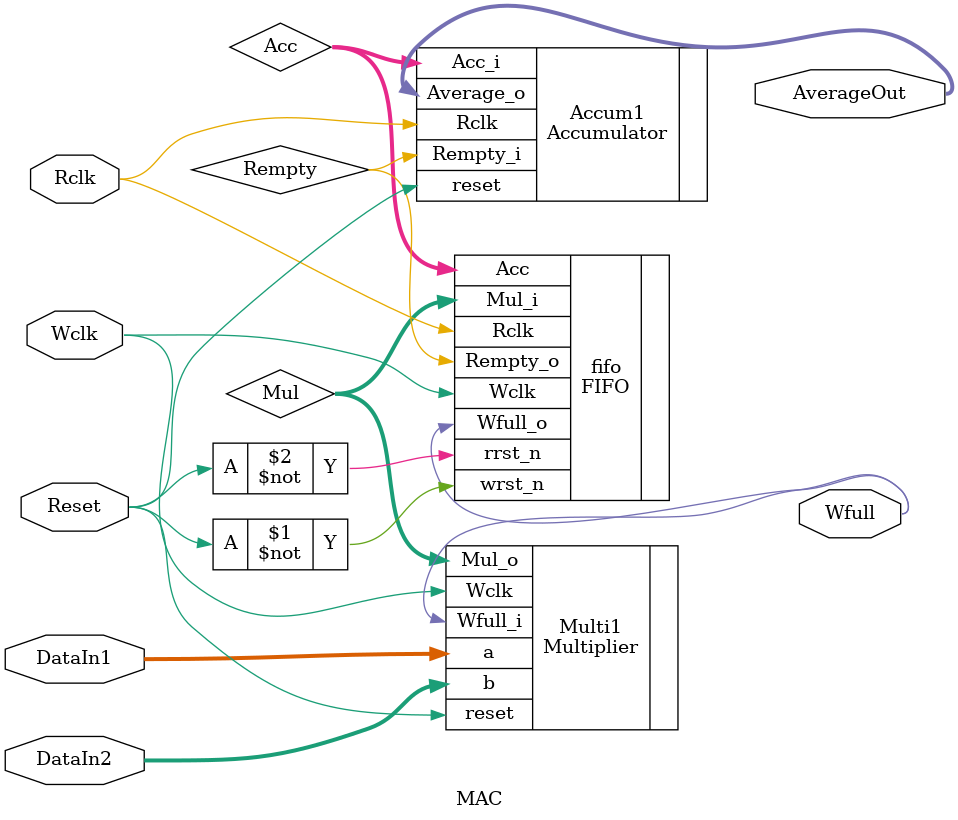
<source format=sv>
`timescale 1ns / 1ps


module MAC(
    input            Reset,
    input   [ 3:0]   DataIn1,
    input   [ 3:0]   DataIn2,
    input            Wclk,
    input            Rclk,
    output  [ 7:0]   AverageOut,
    output           Wfull
    );
     

       wire          Wclk;
       wire          Rclk;  
       wire          wrst_n;
       wire          rrst_n;
       wire  [ 7:0]  Mul; 
       wire  [ 7:0]  Acc;   
       wire          Rempty;
       wire          Wfull;           
                        
    FIFO fifo(
        .Wclk       (Wclk),
        .Rclk       (Rclk),
        .wrst_n     (~Reset),
        .rrst_n     (~Reset),
        .Mul_i      (Mul),
        .Acc        (Acc),
        .Rempty_o   (Rempty),
        .Wfull_o    (Wfull)
    );
    
    Accumulator Accum1(
        .Acc_i      (Acc),
        .Rempty_i   (Rempty),
        .Rclk       (Rclk),
        .reset      (Reset),
        .Average_o  (AverageOut)
    );
    
    Multiplier Multi1(
        .a          (DataIn1),
        .b          (DataIn2),
        .Wclk       (Wclk),
        .reset      (Reset),
        .Mul_o      (Mul),
        .Wfull_i    (Wfull)
    );
    
endmodule





</source>
